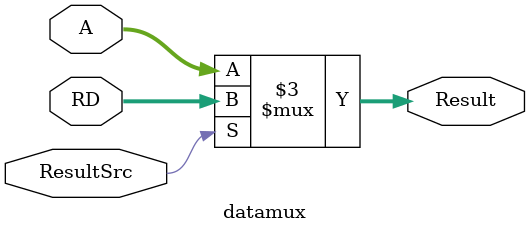
<source format=sv>
module datamux (
    input  logic [31:0]  A,
    input  logic [31:0]  RD,
    input  logic         ResultSrc,
    output logic [31:0]  Result
);
always_comb begin
    if (ResultSrc) Result = RD;
    else Result = A;
end 

endmodule

</source>
